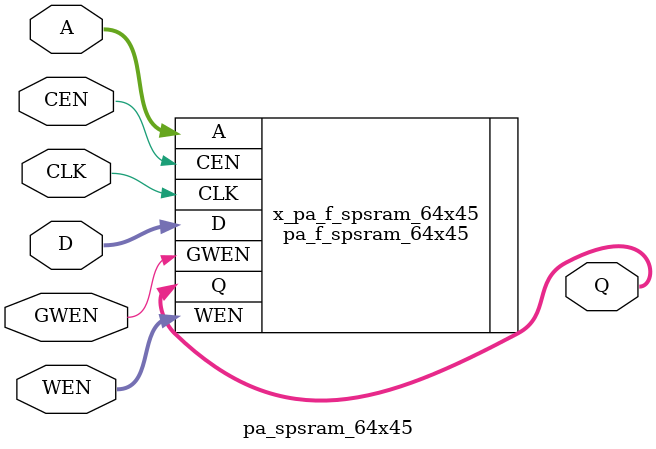
<source format=v>
/*Copyright 2020-2021 T-Head Semiconductor Co., Ltd.

Licensed under the Apache License, Version 2.0 (the "License");
you may not use this file except in compliance with the License.
You may obtain a copy of the License at

    http://www.apache.org/licenses/LICENSE-2.0

Unless required by applicable law or agreed to in writing, software
distributed under the License is distributed on an "AS IS" BASIS,
WITHOUT WARRANTIES OR CONDITIONS OF ANY KIND, either express or implied.
See the License for the specific language governing permissions and
limitations under the License.
*/

// &ModuleBeg; @22
module pa_spsram_64x45(
  A,
  CEN,
  CLK,
  D,
  GWEN,
  Q,
  WEN
);

// &Ports; @23
input   [5 :0]  A;   
input           CEN; 
input           CLK; 
input   [44:0]  D;   
input           GWEN; 
input   [44:0]  WEN; 
output  [44:0]  Q;   

// &Regs; @24

// &Wires; @25
wire    [5 :0]  A;   
wire            CEN; 
wire            CLK; 
wire    [44:0]  D;   
wire            GWEN; 
wire    [44:0]  Q;   
wire    [44:0]  WEN; 


//**********************************************************
//                  Parameter Definition
//**********************************************************
parameter ADDR_WIDTH = 6;
parameter DATA_WIDTH = 45;
parameter WE_WIDTH   = 45;

// &Force("bus","Q",DATA_WIDTH-1,0); @34
// &Force("bus","WEN",WE_WIDTH-1,0); @35
// &Force("bus","A",ADDR_WIDTH-1,0); @36
// &Force("bus","D",DATA_WIDTH-1,0); @37

//  //********************************************************
//  //*                        FPGA memory                   *
//  //********************************************************
//   &Instance("pa_f_spsram_64x45"); @43
pa_f_spsram_64x45  x_pa_f_spsram_64x45 (
  .A    (A   ),
  .CEN  (CEN ),
  .CLK  (CLK ),
  .D    (D   ),
  .GWEN (GWEN),
  .Q    (Q   ),
  .WEN  (WEN )
);

//  &Instance("pa_tsmc_spsram_64x45"); @49

// &ModuleEnd; @65
endmodule



</source>
